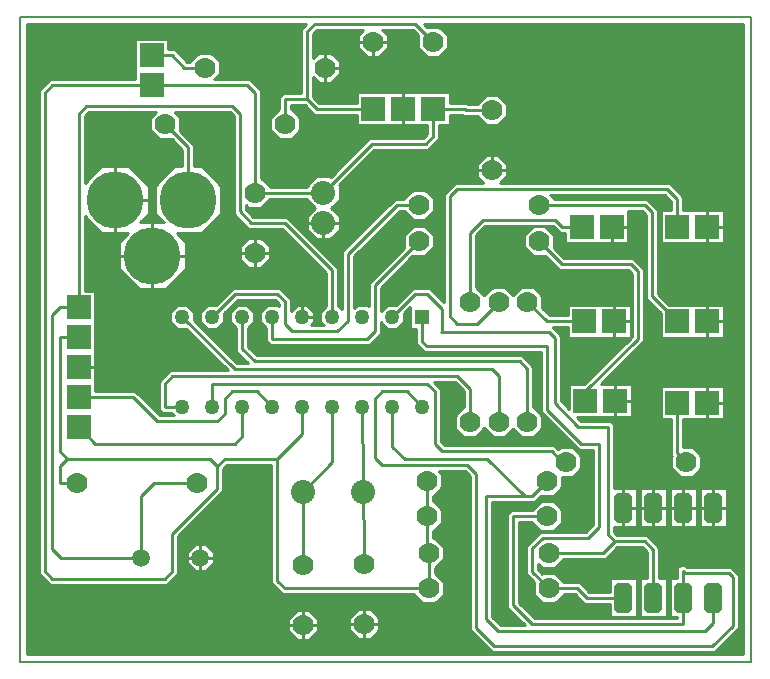
<source format=gbr>
G04 PROTEUS RS274X GERBER FILE*
%FSLAX45Y45*%
%MOMM*%
G01*
%ADD10C,0.254000*%
%ADD11R,1.270000X1.270000*%
%ADD12C,1.270000*%
%ADD13C,1.778000*%
%ADD14C,2.032000*%
%AMDIL005*
4,1,8,
-0.762000,0.965200,-0.457200,1.270000,0.457200,1.270000,0.762000,0.965200,0.762000,-0.965200,
0.457200,-1.270000,-0.457200,-1.270000,-0.762000,-0.965200,-0.762000,0.965200,
0*%
%ADD15DIL005*%
%ADD16R,2.032000X2.032000*%
%ADD17C,4.826000*%
%ADD18C,1.510000*%
%ADD19C,0.203200*%
G36*
X+329040Y-2099040D02*
X-5739040Y-2099040D01*
X-5739040Y+3239040D01*
X-3373300Y+3239040D01*
X-3416299Y+3196041D01*
X-3416299Y+2654299D01*
X-3571041Y+2654299D01*
X-3600799Y+2624541D01*
X-3600799Y+2516999D01*
X-3602605Y+2516999D01*
X-3676999Y+2442605D01*
X-3676999Y+2337395D01*
X-3602605Y+2263001D01*
X-3497395Y+2263001D01*
X-3423001Y+2337395D01*
X-3423001Y+2442605D01*
X-3497395Y+2516999D01*
X-3499201Y+2516999D01*
X-3499201Y+2552701D01*
X-3386541Y+2552701D01*
X-3303041Y+2469201D01*
X-2943699Y+2469201D01*
X-2943699Y+2380301D01*
X-2346799Y+2380301D01*
X-2346799Y+2307041D01*
X-2380541Y+2273299D01*
X-2838541Y+2273299D01*
X-3167138Y+1944702D01*
X-3172135Y+1949699D01*
X-3287865Y+1949699D01*
X-3369699Y+1867865D01*
X-3369699Y+1860799D01*
X-3683001Y+1860799D01*
X-3683001Y+1862605D01*
X-3757395Y+1936999D01*
X-3759201Y+1936999D01*
X-3759201Y+2677541D01*
X-3852459Y+2770799D01*
X-4149597Y+2770799D01*
X-4103001Y+2817395D01*
X-4103001Y+2922605D01*
X-4177395Y+2996999D01*
X-4282605Y+2996999D01*
X-4356999Y+2922605D01*
X-4356999Y+2920799D01*
X-4383459Y+2920799D01*
X-4487459Y+3024799D01*
X-4540301Y+3024799D01*
X-4540301Y+3113699D01*
X-4819699Y+3113699D01*
X-4819699Y+2770799D01*
X-5545542Y+2770798D01*
X-5638799Y+2677541D01*
X-5638799Y-1418041D01*
X-5545541Y-1511299D01*
X-4550959Y-1511299D01*
X-4457701Y-1418041D01*
X-4457701Y-1100541D01*
X-4076701Y-719541D01*
X-4076701Y-529041D01*
X-4042959Y-495299D01*
X-3670299Y-495299D01*
X-3670299Y-1497541D01*
X-3577041Y-1590799D01*
X-2462999Y-1590799D01*
X-2462999Y-1592605D01*
X-2388605Y-1666999D01*
X-2283395Y-1666999D01*
X-2209001Y-1592605D01*
X-2209001Y-1487395D01*
X-2283395Y-1413001D01*
X-2285201Y-1413001D01*
X-2285201Y-1366999D01*
X-2283395Y-1366999D01*
X-2209001Y-1292605D01*
X-2209001Y-1187395D01*
X-2283395Y-1113001D01*
X-2295201Y-1113001D01*
X-2295201Y-1056999D01*
X-2293395Y-1056999D01*
X-2219001Y-982605D01*
X-2219001Y-877395D01*
X-2293395Y-803001D01*
X-2295201Y-803001D01*
X-2295201Y-756999D01*
X-2293395Y-756999D01*
X-2219001Y-682605D01*
X-2219001Y-577395D01*
X-2246447Y-549949D01*
X-2030039Y-549949D01*
X-1987447Y-592541D01*
X-1987447Y-1894393D01*
X-1801041Y-2080799D01*
X+86541Y-2080799D01*
X+290798Y-1876542D01*
X+290798Y-1425458D01*
X+224541Y-1359201D01*
X-147959Y-1359201D01*
X-170081Y-1337079D01*
X-232799Y-1363059D01*
X-232799Y-1454901D01*
X-296299Y-1454901D01*
X-296299Y-1785099D01*
X-232799Y-1785099D01*
X-232799Y-1790701D01*
X-1439459Y-1790701D01*
X-1569201Y-1660959D01*
X-1569201Y-980799D01*
X-1456999Y-980799D01*
X-1456999Y-982605D01*
X-1382605Y-1056999D01*
X-1277395Y-1056999D01*
X-1203001Y-982605D01*
X-1203001Y-877395D01*
X-1277395Y-803001D01*
X-1382605Y-803001D01*
X-1456999Y-877395D01*
X-1456999Y-879201D01*
X-1641041Y-879201D01*
X-1670799Y-908959D01*
X-1670799Y-1703041D01*
X-1519639Y-1854201D01*
X-1723959Y-1854201D01*
X-1799201Y-1778959D01*
X-1799201Y-812799D01*
X-1440959Y-812799D01*
X-1383882Y-755722D01*
X-1382605Y-756999D01*
X-1277395Y-756999D01*
X-1203001Y-682605D01*
X-1203001Y-596999D01*
X-1117395Y-596999D01*
X-1043001Y-522605D01*
X-1043001Y-417395D01*
X-1117395Y-343001D01*
X-1222605Y-343001D01*
X-1242132Y-362528D01*
X-1274459Y-330201D01*
X-2201459Y-330201D01*
X-2235201Y-296459D01*
X-2235201Y+148041D01*
X-2290361Y+203201D01*
X-2116541Y+203201D01*
X-2040798Y+127458D01*
X-2040799Y-3001D01*
X-2042605Y-3001D01*
X-2116999Y-77395D01*
X-2116999Y-182605D01*
X-2042605Y-256999D01*
X-1937395Y-256999D01*
X-1865000Y-184604D01*
X-1792605Y-256999D01*
X-1687395Y-256999D01*
X-1620000Y-189604D01*
X-1552605Y-256999D01*
X-1447395Y-256999D01*
X-1373001Y-182605D01*
X-1373001Y-77395D01*
X-1447395Y-3001D01*
X-1449201Y-3001D01*
X-1449201Y+338541D01*
X-1542458Y+431798D01*
X-3788958Y+431798D01*
X-3863201Y+506041D01*
X-3863201Y+667116D01*
X-3812401Y+717916D01*
X-3812401Y+802084D01*
X-3871916Y+861599D01*
X-3956084Y+861599D01*
X-4015599Y+802084D01*
X-4015599Y+717916D01*
X-3964799Y+667116D01*
X-3964799Y+463959D01*
X-3869139Y+368299D01*
X-3958459Y+368299D01*
X-4320401Y+730241D01*
X-4320401Y+802084D01*
X-4379916Y+861599D01*
X-4464084Y+861599D01*
X-4523599Y+802084D01*
X-4523599Y+717916D01*
X-4464084Y+658401D01*
X-4392241Y+658401D01*
X-4038639Y+304799D01*
X-4529541Y+304799D01*
X-4622799Y+211541D01*
X-4622799Y-23041D01*
X-4593041Y-52799D01*
X-4514884Y-52799D01*
X-4491482Y-76201D01*
X-4614459Y-76201D01*
X-4819459Y+128799D01*
X-5160301Y+128799D01*
X-5160301Y+979699D01*
X-5249201Y+979699D01*
X-5249201Y+1610479D01*
X-5106783Y+1468061D01*
X-4883261Y+1468061D01*
X-4956979Y+1394343D01*
X-4956979Y+1160777D01*
X-4791823Y+995621D01*
X-4558257Y+995621D01*
X-4393101Y+1160777D01*
X-4393101Y+1394343D01*
X-4466819Y+1468061D01*
X-4255997Y+1468061D01*
X-4090841Y+1633217D01*
X-4090841Y+1866783D01*
X-4255997Y+2031939D01*
X-4321981Y+2031939D01*
X-4321981Y+2217821D01*
X-4440278Y+2336118D01*
X-4439001Y+2337395D01*
X-4439001Y+2442605D01*
X-4485597Y+2489201D01*
X-4021541Y+2489201D01*
X-3987798Y+2455458D01*
X-3987798Y+1629958D01*
X-3864168Y+1506328D01*
X-3577041Y+1506328D01*
X-3202799Y+1132086D01*
X-3202799Y+852884D01*
X-3253599Y+802084D01*
X-3253599Y+717916D01*
X-3221482Y+685799D01*
X-3336518Y+685799D01*
X-3304401Y+717916D01*
X-3304401Y+802084D01*
X-3363916Y+861599D01*
X-3448084Y+861599D01*
X-3505201Y+804482D01*
X-3505201Y+910041D01*
X-3598459Y+1003299D01*
X-3996541Y+1003299D01*
X-4138241Y+861599D01*
X-4210084Y+861599D01*
X-4269599Y+802084D01*
X-4269599Y+717916D01*
X-4210084Y+658401D01*
X-4125916Y+658401D01*
X-4066401Y+717916D01*
X-4066401Y+789759D01*
X-3954459Y+901701D01*
X-3640541Y+901701D01*
X-3606799Y+867959D01*
X-3606799Y+850482D01*
X-3617916Y+861599D01*
X-3702084Y+861599D01*
X-3761599Y+802084D01*
X-3761599Y+717916D01*
X-3710799Y+667116D01*
X-3710799Y+550459D01*
X-3681041Y+520701D01*
X-2836459Y+520701D01*
X-2743201Y+613959D01*
X-2743201Y+715518D01*
X-2686084Y+658401D01*
X-2601916Y+658401D01*
X-2542401Y+717916D01*
X-2542401Y+789759D01*
X-2491599Y+840561D01*
X-2491599Y+658401D01*
X-2440799Y+658401D01*
X-2440799Y+527459D01*
X-2372541Y+459201D01*
X-1384299Y+459201D01*
X-1384299Y-47541D01*
X-1063541Y-368299D01*
X-940799Y-368299D01*
X-940799Y-995959D01*
X-1004041Y-1059201D01*
X-1391041Y-1059201D01*
X-1511299Y-1179459D01*
X-1511299Y-1420541D01*
X-1445722Y-1486118D01*
X-1446999Y-1487395D01*
X-1446999Y-1592605D01*
X-1372605Y-1666999D01*
X-1267395Y-1666999D01*
X-1193001Y-1592605D01*
X-1193001Y-1590799D01*
X-1100541Y-1590799D01*
X-1020541Y-1670799D01*
X-804299Y-1670799D01*
X-804299Y-1785099D01*
X-575701Y-1785099D01*
X-575701Y-1454901D01*
X-804299Y-1454901D01*
X-804299Y-1569201D01*
X-978459Y-1569201D01*
X-1058459Y-1489201D01*
X-1193001Y-1489201D01*
X-1193001Y-1487395D01*
X-1267395Y-1413001D01*
X-1372605Y-1413001D01*
X-1373882Y-1414278D01*
X-1409701Y-1378459D01*
X-1409701Y-1329903D01*
X-1372605Y-1366999D01*
X-1267395Y-1366999D01*
X-1193001Y-1292605D01*
X-1193001Y-1290799D01*
X-837959Y-1290799D01*
X-740959Y-1193799D01*
X-529041Y-1193799D01*
X-486799Y-1236041D01*
X-486799Y-1454901D01*
X-550299Y-1454901D01*
X-550299Y-1785099D01*
X-321701Y-1785099D01*
X-321701Y-1454901D01*
X-385201Y-1454901D01*
X-385201Y-1193959D01*
X-486959Y-1092201D01*
X-740959Y-1092201D01*
X-769201Y-1063959D01*
X-769201Y-1023099D01*
X-575701Y-1023099D01*
X-575701Y-692901D01*
X-769201Y-692901D01*
X-769201Y-148960D01*
X-798959Y-119202D01*
X-1048957Y-119202D01*
X-1076960Y-91199D01*
X-614801Y-91199D01*
X-614801Y+188199D01*
X-875461Y+188199D01*
X-509201Y+554459D01*
X-509201Y+1164041D01*
X-602459Y+1257299D01*
X-1189459Y+1257299D01*
X-1278278Y+1346118D01*
X-1277001Y+1347395D01*
X-1277001Y+1452605D01*
X-1351395Y+1526999D01*
X-1456605Y+1526999D01*
X-1530999Y+1452605D01*
X-1530999Y+1347395D01*
X-1456605Y+1273001D01*
X-1351395Y+1273001D01*
X-1350118Y+1274278D01*
X-1231541Y+1155701D01*
X-644541Y+1155701D01*
X-610799Y+1121959D01*
X-610799Y+596541D01*
X-626301Y+581039D01*
X-626301Y+859699D01*
X-1159699Y+859699D01*
X-1159699Y+770799D01*
X-1312959Y+770799D01*
X-1374278Y+832118D01*
X-1373001Y+833395D01*
X-1373001Y+938605D01*
X-1447395Y+1012999D01*
X-1552605Y+1012999D01*
X-1620000Y+945604D01*
X-1687395Y+1012999D01*
X-1792605Y+1012999D01*
X-1865000Y+940604D01*
X-1937395Y+1012999D01*
X-1939201Y+1012999D01*
X-1939201Y+1448959D01*
X-1858959Y+1529201D01*
X-1287541Y+1529201D01*
X-1227541Y+1469201D01*
X-1179699Y+1469201D01*
X-1179699Y+1380301D01*
X-646301Y+1380301D01*
X-646301Y+1659201D01*
X-529041Y+1659201D01*
X-495299Y+1625459D01*
X-495299Y+913459D01*
X-369699Y+787859D01*
X-369699Y+580301D01*
X+163699Y+580301D01*
X+163699Y+859699D01*
X-297859Y+859699D01*
X-393701Y+955541D01*
X-393701Y+1667541D01*
X-486959Y+1760799D01*
X-1277001Y+1760799D01*
X-1277001Y+1762605D01*
X-1305097Y+1790701D01*
X-338541Y+1790701D01*
X-280799Y+1732959D01*
X-280799Y+1659699D01*
X-369699Y+1659699D01*
X-369699Y+1380301D01*
X+163699Y+1380301D01*
X+163699Y+1659699D01*
X-179201Y+1659699D01*
X-179201Y+1775041D01*
X-296459Y+1892299D01*
X-1728097Y+1892299D01*
X-1673001Y+1947395D01*
X-1673001Y+2052605D01*
X-1747395Y+2126999D01*
X-1852605Y+2126999D01*
X-1926999Y+2052605D01*
X-1926999Y+1947395D01*
X-1871903Y+1892299D01*
X-2116541Y+1892299D01*
X-2209799Y+1799041D01*
X-2209799Y+884639D01*
X-2328458Y+1003298D01*
X-2472542Y+1003298D01*
X-2614241Y+861599D01*
X-2686084Y+861599D01*
X-2743201Y+804482D01*
X-2743201Y+1004959D01*
X-2473882Y+1274278D01*
X-2472605Y+1273001D01*
X-2367395Y+1273001D01*
X-2293001Y+1347395D01*
X-2293001Y+1452605D01*
X-2367395Y+1526999D01*
X-2472605Y+1526999D01*
X-2546999Y+1452605D01*
X-2546999Y+1347395D01*
X-2545722Y+1346118D01*
X-2844799Y+1047041D01*
X-2844799Y+850482D01*
X-2855916Y+861599D01*
X-2940084Y+861599D01*
X-2969201Y+832482D01*
X-2969201Y+1272459D01*
X-2582459Y+1659201D01*
X-2546999Y+1659201D01*
X-2546999Y+1657395D01*
X-2472605Y+1583001D01*
X-2367395Y+1583001D01*
X-2293001Y+1657395D01*
X-2293001Y+1762605D01*
X-2367395Y+1836999D01*
X-2472605Y+1836999D01*
X-2546999Y+1762605D01*
X-2546999Y+1760799D01*
X-2624541Y+1760799D01*
X-3070799Y+1314541D01*
X-3070799Y+822482D01*
X-3101201Y+852884D01*
X-3101201Y+1174168D01*
X-3534959Y+1607926D01*
X-3822086Y+1607926D01*
X-3886202Y+1672042D01*
X-3886202Y+1706598D01*
X-3862605Y+1683001D01*
X-3757395Y+1683001D01*
X-3683001Y+1757395D01*
X-3683001Y+1759201D01*
X-3369699Y+1759201D01*
X-3369699Y+1752135D01*
X-3300564Y+1683000D01*
X-3369699Y+1613865D01*
X-3369699Y+1498135D01*
X-3287865Y+1416301D01*
X-3172135Y+1416301D01*
X-3090301Y+1498135D01*
X-3090301Y+1613865D01*
X-3159436Y+1683000D01*
X-3090301Y+1752135D01*
X-3090301Y+1867865D01*
X-3095298Y+1872862D01*
X-2796459Y+2171701D01*
X-2338459Y+2171701D01*
X-2245201Y+2264959D01*
X-2245201Y+2380301D01*
X-2156301Y+2380301D01*
X-2156301Y+2469201D01*
X-2053041Y+2469201D01*
X-2041041Y+2457201D01*
X-1926999Y+2457201D01*
X-1926999Y+2455395D01*
X-1852605Y+2381001D01*
X-1747395Y+2381001D01*
X-1673001Y+2455395D01*
X-1673001Y+2560605D01*
X-1747395Y+2634999D01*
X-1852605Y+2634999D01*
X-1926999Y+2560605D01*
X-1926999Y+2558799D01*
X-1998959Y+2558799D01*
X-2010959Y+2570799D01*
X-2156301Y+2570799D01*
X-2156301Y+2659699D01*
X-2943699Y+2659699D01*
X-2943699Y+2570799D01*
X-3260959Y+2570799D01*
X-3314701Y+2624542D01*
X-3314701Y+2791097D01*
X-3266605Y+2743001D01*
X-3161395Y+2743001D01*
X-3087001Y+2817395D01*
X-3087001Y+2922605D01*
X-3161395Y+2996999D01*
X-3266605Y+2996999D01*
X-3314701Y+2948903D01*
X-3314701Y+3153959D01*
X-3280959Y+3187701D01*
X-2888943Y+3187701D01*
X-2934999Y+3141645D01*
X-2934999Y+3036435D01*
X-2860605Y+2962041D01*
X-2755395Y+2962041D01*
X-2681001Y+3036435D01*
X-2681001Y+3141645D01*
X-2727057Y+3187701D01*
X-2470501Y+3187701D01*
X-2425722Y+3142922D01*
X-2426999Y+3141645D01*
X-2426999Y+3036435D01*
X-2352605Y+2962041D01*
X-2247395Y+2962041D01*
X-2173001Y+3036435D01*
X-2173001Y+3141645D01*
X-2247395Y+3216039D01*
X-2352605Y+3216039D01*
X-2353882Y+3214762D01*
X-2378160Y+3239040D01*
X+329040Y+3239040D01*
X+329040Y-2099040D01*
G37*
%LPC*%
G36*
X-2827395Y-1966999D02*
X-2932605Y-1966999D01*
X-3006999Y-1892605D01*
X-3006999Y-1787395D01*
X-2932605Y-1713001D01*
X-2827395Y-1713001D01*
X-2753001Y-1787395D01*
X-2753001Y-1892605D01*
X-2827395Y-1966999D01*
G37*
G36*
X-3347395Y-1976999D02*
X-3452605Y-1976999D01*
X-3526999Y-1902605D01*
X-3526999Y-1797395D01*
X-3452605Y-1723001D01*
X-3347395Y-1723001D01*
X-3273001Y-1797395D01*
X-3273001Y-1902605D01*
X-3347395Y-1976999D01*
G37*
G36*
X-42299Y-692901D02*
X+186299Y-692901D01*
X+186299Y-1023099D01*
X-42299Y-1023099D01*
X-42299Y-692901D01*
G37*
G36*
X-296299Y-692901D02*
X-67701Y-692901D01*
X-67701Y-1023099D01*
X-296299Y-1023099D01*
X-296299Y-692901D01*
G37*
G36*
X-550299Y-692901D02*
X-321701Y-692901D01*
X-321701Y-1023099D01*
X-550299Y-1023099D01*
X-550299Y-692901D01*
G37*
G36*
X+163699Y-109699D02*
X-179201Y-109699D01*
X-179201Y-343001D01*
X-101395Y-343001D01*
X-27001Y-417395D01*
X-27001Y-522605D01*
X-101395Y-596999D01*
X-206605Y-596999D01*
X-280999Y-522605D01*
X-280999Y-417395D01*
X-279722Y-416118D01*
X-280799Y-415041D01*
X-280799Y-109699D01*
X-369699Y-109699D01*
X-369699Y+169699D01*
X+163699Y+169699D01*
X+163699Y-109699D01*
G37*
G36*
X-3862605Y+1428999D02*
X-3757395Y+1428999D01*
X-3683001Y+1354605D01*
X-3683001Y+1249395D01*
X-3757395Y+1175001D01*
X-3862605Y+1175001D01*
X-3936999Y+1249395D01*
X-3936999Y+1354605D01*
X-3862605Y+1428999D01*
G37*
G36*
X-4383599Y-1327054D02*
X-4383599Y-1232946D01*
X-4317054Y-1166401D01*
X-4222946Y-1166401D01*
X-4156401Y-1232946D01*
X-4156401Y-1327054D01*
X-4222946Y-1393599D01*
X-4317054Y-1393599D01*
X-4383599Y-1327054D01*
G37*
%LPD*%
G36*
X-4692999Y+2442605D02*
X-4692999Y+2337395D01*
X-4618605Y+2263001D01*
X-4513395Y+2263001D01*
X-4512118Y+2264278D01*
X-4423579Y+2175739D01*
X-4423579Y+2031939D01*
X-4489563Y+2031939D01*
X-4654719Y+1866783D01*
X-4654719Y+1633217D01*
X-4581001Y+1559499D01*
X-4781779Y+1559499D01*
X-4708061Y+1633217D01*
X-4708061Y+1866783D01*
X-4873217Y+2031939D01*
X-5106783Y+2031939D01*
X-5249202Y+1889520D01*
X-5249202Y+2455458D01*
X-5215459Y+2489201D01*
X-4646403Y+2489201D01*
X-4692999Y+2442605D01*
G37*
G36*
X-1159699Y+580301D02*
X-627039Y+580301D01*
X-1019141Y+188199D01*
X-1148199Y+188199D01*
X-1148199Y-19960D01*
X-1219201Y+51042D01*
X-1219201Y+601041D01*
X-1287361Y+669201D01*
X-1159699Y+669201D01*
X-1159699Y+580301D01*
G37*
D10*
X-1740000Y+886000D02*
X-1927500Y+698500D01*
X-2095500Y+698500D01*
X-2159000Y+762000D01*
X-2159000Y+1778000D01*
X-2095500Y+1841500D01*
X-317500Y+1841500D01*
X-230000Y+1754000D01*
X-230000Y+1520000D01*
X-1020000Y+720000D02*
X-1334000Y+720000D01*
X-1500000Y+886000D01*
X-1404000Y+1710000D02*
X-508000Y+1710000D01*
X-444500Y+1646500D01*
X-444500Y+934500D01*
X-230000Y+720000D01*
X-4680000Y+2974000D02*
X-4508500Y+2974000D01*
X-4404500Y+2870000D01*
X-4230000Y+2870000D01*
X-4372780Y+1750000D02*
X-4372780Y+2196780D01*
X-4566000Y+2390000D01*
X-3365500Y+2603500D02*
X-3365500Y+3175000D01*
X-3302000Y+3238500D01*
X-2449460Y+3238500D01*
X-2300000Y+3089040D01*
X-3365500Y+2603500D02*
X-3550000Y+2603500D01*
X-3550000Y+2390000D01*
X-3365500Y+2603500D02*
X-3282000Y+2520000D01*
X-2804000Y+2520000D01*
X-1320000Y-1540000D02*
X-1079500Y-1540000D01*
X-999500Y-1620000D01*
X-690000Y-1620000D01*
X-762000Y-1143000D02*
X-508000Y-1143000D01*
X-436000Y-1215000D01*
X-436000Y-1620000D01*
X-762000Y-1143000D02*
X-859000Y-1240000D01*
X-1320000Y-1240000D01*
X-1524000Y-762000D02*
X-1462000Y-762000D01*
X-1330000Y-630000D01*
X-2890000Y-720000D02*
X-2890000Y-952500D01*
X-2880000Y-962500D01*
X-2880000Y-1332000D01*
X-2890000Y-720000D02*
X-2890000Y-317500D01*
X-2898000Y-309500D01*
X-2898000Y-2000D01*
X-3398000Y-720000D02*
X-3152000Y-474000D01*
X-3152000Y-2000D01*
X-3398000Y-720000D02*
X-3398000Y-952500D01*
X-3400000Y-954500D01*
X-3400000Y-1342000D01*
X-2420000Y+1400000D02*
X-2794000Y+1026000D01*
X-2794000Y+635000D01*
X-2857500Y+571500D01*
X-3660000Y+571500D01*
X-3660000Y+760000D01*
X-4422000Y-2000D02*
X-4572000Y-2000D01*
X-4572000Y+190500D01*
X-4508500Y+254000D01*
X-2095500Y+254000D01*
X-1990000Y+148500D01*
X-1990000Y-130000D01*
X-1500000Y-130000D02*
X-1500000Y+317500D01*
X-1563500Y+381000D01*
X-3810000Y+381000D01*
X-3914000Y+485000D01*
X-3914000Y+760000D01*
X-3914000Y-2000D02*
X-3914000Y-254000D01*
X-3977500Y-317500D01*
X-5158500Y-317500D01*
X-5300000Y-176000D01*
X-3660000Y-2000D02*
X-3789000Y+127000D01*
X-4000500Y+127000D01*
X-4064000Y+63500D01*
X-4064000Y-63500D01*
X-4127500Y-127000D01*
X-4635500Y-127000D01*
X-4840500Y+78000D01*
X-5300000Y+78000D01*
X-5300000Y+840000D02*
X-5300000Y+2476500D01*
X-5236500Y+2540000D01*
X-4000500Y+2540000D01*
X-3937000Y+2476500D01*
X-3937000Y+1651000D01*
X-3843127Y+1557127D01*
X-3556000Y+1557127D01*
X-3152000Y+1153127D01*
X-3152000Y+760000D01*
X-5300000Y+840000D02*
X-5461000Y+840000D01*
X-5524500Y+776500D01*
X-5524500Y-1206500D01*
X-5451000Y-1280000D01*
X-4770000Y-1280000D01*
X-4770000Y-762000D01*
X-4658000Y-650000D01*
X-4294000Y-650000D01*
X-4680000Y+2720000D02*
X-5524500Y+2720000D01*
X-5588000Y+2656500D01*
X-5588000Y-1397000D01*
X-5524500Y-1460500D01*
X-4572000Y-1460500D01*
X-4508500Y-1397000D01*
X-4508500Y-1079500D01*
X-4127500Y-698500D01*
X-4127500Y-508000D01*
X-4680000Y+2720000D02*
X-3873500Y+2720000D01*
X-3810000Y+2656500D01*
X-3810000Y+1810000D01*
X-2296000Y+2520000D02*
X-2296000Y+2286000D01*
X-2359500Y+2222500D01*
X-2817500Y+2222500D01*
X-3230000Y+1810000D01*
X-2336000Y-1540000D02*
X-3556000Y-1540000D01*
X-3619500Y-1476500D01*
X-3619500Y-444500D01*
X-5397500Y-444500D02*
X-5461000Y-381000D01*
X-5461000Y+586000D01*
X-5300000Y+586000D01*
X-3619500Y-444500D02*
X-3406000Y-231000D01*
X-3406000Y-2000D01*
X-5397500Y-444500D02*
X-5461000Y-508000D01*
X-5461000Y-650000D01*
X-5310000Y-650000D01*
X-2296000Y+2520000D02*
X-2032000Y+2520000D01*
X-2020000Y+2508000D01*
X-1800000Y+2508000D01*
X-2336000Y-1240000D02*
X-2346000Y-1230000D01*
X-2346000Y-930000D01*
X-4127500Y-508000D02*
X-4191000Y-444500D01*
X-5397500Y-444500D01*
X-3810000Y+1810000D02*
X-3230000Y+1810000D01*
X-4127500Y-508000D02*
X-4064000Y-444500D01*
X-3619500Y-444500D01*
X-2346000Y-930000D02*
X-2346000Y-630000D01*
X-2336000Y-1540000D02*
X-2336000Y-1240000D01*
X-2420000Y+1710000D02*
X-2603500Y+1710000D01*
X-3020000Y+1293500D01*
X-3020000Y+726500D01*
X-3111500Y+635000D01*
X-3492500Y+635000D01*
X-3556000Y+698500D01*
X-3556000Y+889000D01*
X-3619500Y+952500D01*
X-3975500Y+952500D01*
X-4168000Y+760000D01*
X-1740000Y-130000D02*
X-1740000Y+254000D01*
X-1803500Y+317500D01*
X-3979500Y+317500D01*
X-4422000Y+760000D01*
X-182000Y-1620000D02*
X-182000Y-1397000D01*
X-169000Y-1410000D01*
X+203500Y-1410000D01*
X+240000Y-1446500D01*
X+240000Y-1855500D01*
X+65500Y-2030000D01*
X-1780000Y-2030000D01*
X-1936648Y-1873352D01*
X-1936648Y-571500D01*
X-2008998Y-499150D01*
X-2730500Y-499150D01*
X-2794000Y-435650D01*
X-2794000Y+63500D01*
X-2730500Y+127000D01*
X-2519000Y+127000D01*
X-2390000Y-2000D01*
X-2644000Y-2000D02*
X-2644000Y-340500D01*
X-2540000Y-444500D01*
X-1841500Y-444500D01*
X-1524000Y-762000D01*
X-182000Y-1620000D02*
X-182000Y-1841500D01*
X-1460500Y-1841500D01*
X-1620000Y-1682000D01*
X-1620000Y-930000D01*
X-1330000Y-930000D01*
X-1524000Y-762000D02*
X-1850000Y-762000D01*
X-1850000Y-1800000D01*
X-1745000Y-1905000D01*
X+0Y-1905000D01*
X+72000Y-1833000D01*
X+72000Y-1620000D01*
X-1170000Y-470000D02*
X-1206500Y-470000D01*
X-1295500Y-381000D01*
X-2222500Y-381000D01*
X-2286000Y-317500D01*
X-2286000Y+127000D01*
X-2349500Y+190500D01*
X-4168000Y+190500D01*
X-4168000Y-2000D01*
X-1008500Y+48500D02*
X-1008500Y+127000D01*
X-560000Y+575500D01*
X-560000Y+1143000D01*
X-623500Y+1206500D01*
X-1210500Y+1206500D01*
X-1404000Y+1400000D01*
X-762000Y-1143000D02*
X-820000Y-1085000D01*
X-820000Y-170000D01*
X-1069999Y-170000D01*
X-1270000Y+30001D01*
X-1270000Y+580000D01*
X-1320000Y+630000D01*
X-2227500Y+630000D01*
X-2220000Y+637500D01*
X-2220000Y+823000D01*
X-2349500Y+952500D01*
X-2451500Y+952500D01*
X-2644000Y+760000D01*
X-1320000Y-1540000D02*
X-1460500Y-1399500D01*
X-1460500Y-1200500D01*
X-1370000Y-1110000D01*
X-983000Y-1110000D01*
X-890000Y-1017000D01*
X-890000Y-317500D01*
X-1042500Y-317500D01*
X-1333500Y-26500D01*
X-1333500Y+510000D01*
X-2351500Y+510000D01*
X-2390000Y+548500D01*
X-2390000Y+760000D01*
X-1040000Y+1520000D02*
X-1206500Y+1520000D01*
X-1266500Y+1580000D01*
X-1880000Y+1580000D01*
X-1990000Y+1470000D01*
X-1990000Y+886000D01*
X-230000Y+30000D02*
X-230000Y-394000D01*
X-154000Y-470000D01*
X+329040Y-2099040D02*
X-5739040Y-2099040D01*
X-5739040Y+3239040D01*
X-3373300Y+3239040D01*
X-3416299Y+3196041D01*
X-3416299Y+2654299D01*
X-3571041Y+2654299D01*
X-3600799Y+2624541D01*
X-3600799Y+2516999D01*
X-3602605Y+2516999D01*
X-3676999Y+2442605D01*
X-3676999Y+2337395D01*
X-3602605Y+2263001D01*
X-3497395Y+2263001D01*
X-3423001Y+2337395D01*
X-3423001Y+2442605D01*
X-3497395Y+2516999D01*
X-3499201Y+2516999D01*
X-3499201Y+2552701D01*
X-3386541Y+2552701D01*
X-3303041Y+2469201D01*
X-2943699Y+2469201D01*
X-2943699Y+2380301D01*
X-2346799Y+2380301D01*
X-2346799Y+2307041D01*
X-2380541Y+2273299D01*
X-2838541Y+2273299D01*
X-3167138Y+1944702D01*
X-3172135Y+1949699D01*
X-3287865Y+1949699D01*
X-3369699Y+1867865D01*
X-3369699Y+1860799D01*
X-3683001Y+1860799D01*
X-3683001Y+1862605D01*
X-3757395Y+1936999D01*
X-3759201Y+1936999D01*
X-3759201Y+2677541D01*
X-3852459Y+2770799D01*
X-4149597Y+2770799D01*
X-4103001Y+2817395D01*
X-4103001Y+2922605D01*
X-4177395Y+2996999D01*
X-4282605Y+2996999D01*
X-4356999Y+2922605D01*
X-4356999Y+2920799D01*
X-4383459Y+2920799D01*
X-4487459Y+3024799D01*
X-4540301Y+3024799D01*
X-4540301Y+3113699D01*
X-4819699Y+3113699D01*
X-4819699Y+2770799D01*
X-5545542Y+2770798D01*
X-5638799Y+2677541D01*
X-5638799Y-1418041D01*
X-5545541Y-1511299D01*
X-4550959Y-1511299D01*
X-4457701Y-1418041D01*
X-4457701Y-1100541D01*
X-4076701Y-719541D01*
X-4076701Y-529041D01*
X-4042959Y-495299D01*
X-3670299Y-495299D01*
X-3670299Y-1497541D01*
X-3577041Y-1590799D01*
X-2462999Y-1590799D01*
X-2462999Y-1592605D01*
X-2388605Y-1666999D01*
X-2283395Y-1666999D01*
X-2209001Y-1592605D01*
X-2209001Y-1487395D01*
X-2283395Y-1413001D01*
X-2285201Y-1413001D01*
X-2285201Y-1366999D01*
X-2283395Y-1366999D01*
X-2209001Y-1292605D01*
X-2209001Y-1187395D01*
X-2283395Y-1113001D01*
X-2295201Y-1113001D01*
X-2295201Y-1056999D01*
X-2293395Y-1056999D01*
X-2219001Y-982605D01*
X-2219001Y-877395D01*
X-2293395Y-803001D01*
X-2295201Y-803001D01*
X-2295201Y-756999D01*
X-2293395Y-756999D01*
X-2219001Y-682605D01*
X-2219001Y-577395D01*
X-2246447Y-549949D01*
X-2030039Y-549949D01*
X-1987447Y-592541D01*
X-1987447Y-1894393D01*
X-1801041Y-2080799D01*
X+86541Y-2080799D01*
X+290798Y-1876542D01*
X+290798Y-1425458D01*
X+224541Y-1359201D01*
X-147959Y-1359201D01*
X-170081Y-1337079D01*
X-232799Y-1363059D01*
X-232799Y-1454901D01*
X-296299Y-1454901D01*
X-296299Y-1785099D01*
X-232799Y-1785099D01*
X-232799Y-1790701D01*
X-1439459Y-1790701D01*
X-1569201Y-1660959D01*
X-1569201Y-980799D01*
X-1456999Y-980799D01*
X-1456999Y-982605D01*
X-1382605Y-1056999D01*
X-1277395Y-1056999D01*
X-1203001Y-982605D01*
X-1203001Y-877395D01*
X-1277395Y-803001D01*
X-1382605Y-803001D01*
X-1456999Y-877395D01*
X-1456999Y-879201D01*
X-1641041Y-879201D01*
X-1670799Y-908959D01*
X-1670799Y-1703041D01*
X-1519639Y-1854201D01*
X-1723959Y-1854201D01*
X-1799201Y-1778959D01*
X-1799201Y-812799D01*
X-1440959Y-812799D01*
X-1383882Y-755722D01*
X-1382605Y-756999D01*
X-1277395Y-756999D01*
X-1203001Y-682605D01*
X-1203001Y-596999D01*
X-1117395Y-596999D01*
X-1043001Y-522605D01*
X-1043001Y-417395D01*
X-1117395Y-343001D01*
X-1222605Y-343001D01*
X-1242132Y-362528D01*
X-1274459Y-330201D01*
X-2201459Y-330201D01*
X-2235201Y-296459D01*
X-2235201Y+148041D01*
X-2290361Y+203201D01*
X-2116541Y+203201D01*
X-2040798Y+127458D01*
X-2040799Y-3001D01*
X-2042605Y-3001D01*
X-2116999Y-77395D01*
X-2116999Y-182605D01*
X-2042605Y-256999D01*
X-1937395Y-256999D01*
X-1865000Y-184604D01*
X-1792605Y-256999D01*
X-1687395Y-256999D01*
X-1620000Y-189604D01*
X-1552605Y-256999D01*
X-1447395Y-256999D01*
X-1373001Y-182605D01*
X-1373001Y-77395D01*
X-1447395Y-3001D01*
X-1449201Y-3001D01*
X-1449201Y+338541D01*
X-1542458Y+431798D01*
X-3788958Y+431798D01*
X-3863201Y+506041D01*
X-3863201Y+667116D01*
X-3812401Y+717916D01*
X-3812401Y+802084D01*
X-3871916Y+861599D01*
X-3956084Y+861599D01*
X-4015599Y+802084D01*
X-4015599Y+717916D01*
X-3964799Y+667116D01*
X-3964799Y+463959D01*
X-3869139Y+368299D01*
X-3958459Y+368299D01*
X-4320401Y+730241D01*
X-4320401Y+802084D01*
X-4379916Y+861599D01*
X-4464084Y+861599D01*
X-4523599Y+802084D01*
X-4523599Y+717916D01*
X-4464084Y+658401D01*
X-4392241Y+658401D01*
X-4038639Y+304799D01*
X-4529541Y+304799D01*
X-4622799Y+211541D01*
X-4622799Y-23041D01*
X-4593041Y-52799D01*
X-4514884Y-52799D01*
X-4491482Y-76201D01*
X-4614459Y-76201D01*
X-4819459Y+128799D01*
X-5160301Y+128799D01*
X-5160301Y+979699D01*
X-5249201Y+979699D01*
X-5249201Y+1610479D01*
X-5106783Y+1468061D01*
X-4883261Y+1468061D01*
X-4956979Y+1394343D01*
X-4956979Y+1160777D01*
X-4791823Y+995621D01*
X-4558257Y+995621D01*
X-4393101Y+1160777D01*
X-4393101Y+1394343D01*
X-4466819Y+1468061D01*
X-4255997Y+1468061D01*
X-4090841Y+1633217D01*
X-4090841Y+1866783D01*
X-4255997Y+2031939D01*
X-4321981Y+2031939D01*
X-4321981Y+2217821D01*
X-4440278Y+2336118D01*
X-4439001Y+2337395D01*
X-4439001Y+2442605D01*
X-4485597Y+2489201D01*
X-4021541Y+2489201D01*
X-3987798Y+2455458D01*
X-3987798Y+1629958D01*
X-3864168Y+1506328D01*
X-3577041Y+1506328D01*
X-3202799Y+1132086D01*
X-3202799Y+852884D01*
X-3253599Y+802084D01*
X-3253599Y+717916D01*
X-3221482Y+685799D01*
X-3336518Y+685799D01*
X-3304401Y+717916D01*
X-3304401Y+802084D01*
X-3363916Y+861599D01*
X-3448084Y+861599D01*
X-3505201Y+804482D01*
X-3505201Y+910041D01*
X-3598459Y+1003299D01*
X-3996541Y+1003299D01*
X-4138241Y+861599D01*
X-4210084Y+861599D01*
X-4269599Y+802084D01*
X-4269599Y+717916D01*
X-4210084Y+658401D01*
X-4125916Y+658401D01*
X-4066401Y+717916D01*
X-4066401Y+789759D01*
X-3954459Y+901701D01*
X-3640541Y+901701D01*
X-3606799Y+867959D01*
X-3606799Y+850482D01*
X-3617916Y+861599D01*
X-3702084Y+861599D01*
X-3761599Y+802084D01*
X-3761599Y+717916D01*
X-3710799Y+667116D01*
X-3710799Y+550459D01*
X-3681041Y+520701D01*
X-2836459Y+520701D01*
X-2743201Y+613959D01*
X-2743201Y+715518D01*
X-2686084Y+658401D01*
X-2601916Y+658401D01*
X-2542401Y+717916D01*
X-2542401Y+789759D01*
X-2491599Y+840561D01*
X-2491599Y+658401D01*
X-2440799Y+658401D01*
X-2440799Y+527459D01*
X-2372541Y+459201D01*
X-1384299Y+459201D01*
X-1384299Y-47541D01*
X-1063541Y-368299D01*
X-940799Y-368299D01*
X-940799Y-995959D01*
X-1004041Y-1059201D01*
X-1391041Y-1059201D01*
X-1511299Y-1179459D01*
X-1511299Y-1420541D01*
X-1445722Y-1486118D01*
X-1446999Y-1487395D01*
X-1446999Y-1592605D01*
X-1372605Y-1666999D01*
X-1267395Y-1666999D01*
X-1193001Y-1592605D01*
X-1193001Y-1590799D01*
X-1100541Y-1590799D01*
X-1020541Y-1670799D01*
X-804299Y-1670799D01*
X-804299Y-1785099D01*
X-575701Y-1785099D01*
X-575701Y-1454901D01*
X-804299Y-1454901D01*
X-804299Y-1569201D01*
X-978459Y-1569201D01*
X-1058459Y-1489201D01*
X-1193001Y-1489201D01*
X-1193001Y-1487395D01*
X-1267395Y-1413001D01*
X-1372605Y-1413001D01*
X-1373882Y-1414278D01*
X-1409701Y-1378459D01*
X-1409701Y-1329903D01*
X-1372605Y-1366999D01*
X-1267395Y-1366999D01*
X-1193001Y-1292605D01*
X-1193001Y-1290799D01*
X-837959Y-1290799D01*
X-740959Y-1193799D01*
X-529041Y-1193799D01*
X-486799Y-1236041D01*
X-486799Y-1454901D01*
X-550299Y-1454901D01*
X-550299Y-1785099D01*
X-321701Y-1785099D01*
X-321701Y-1454901D01*
X-385201Y-1454901D01*
X-385201Y-1193959D01*
X-486959Y-1092201D01*
X-740959Y-1092201D01*
X-769201Y-1063959D01*
X-769201Y-1023099D01*
X-575701Y-1023099D01*
X-575701Y-692901D01*
X-769201Y-692901D01*
X-769201Y-148960D01*
X-798959Y-119202D01*
X-1048957Y-119202D01*
X-1076960Y-91199D01*
X-614801Y-91199D01*
X-614801Y+188199D01*
X-875461Y+188199D01*
X-509201Y+554459D01*
X-509201Y+1164041D01*
X-602459Y+1257299D01*
X-1189459Y+1257299D01*
X-1278278Y+1346118D01*
X-1277001Y+1347395D01*
X-1277001Y+1452605D01*
X-1351395Y+1526999D01*
X-1456605Y+1526999D01*
X-1530999Y+1452605D01*
X-1530999Y+1347395D01*
X-1456605Y+1273001D01*
X-1351395Y+1273001D01*
X-1350118Y+1274278D01*
X-1231541Y+1155701D01*
X-644541Y+1155701D01*
X-610799Y+1121959D01*
X-610799Y+596541D01*
X-626301Y+581039D01*
X-626301Y+859699D01*
X-1159699Y+859699D01*
X-1159699Y+770799D01*
X-1312959Y+770799D01*
X-1374278Y+832118D01*
X-1373001Y+833395D01*
X-1373001Y+938605D01*
X-1447395Y+1012999D01*
X-1552605Y+1012999D01*
X-1620000Y+945604D01*
X-1687395Y+1012999D01*
X-1792605Y+1012999D01*
X-1865000Y+940604D01*
X-1937395Y+1012999D01*
X-1939201Y+1012999D01*
X-1939201Y+1448959D01*
X-1858959Y+1529201D01*
X-1287541Y+1529201D01*
X-1227541Y+1469201D01*
X-1179699Y+1469201D01*
X-1179699Y+1380301D01*
X-646301Y+1380301D01*
X-646301Y+1659201D01*
X-529041Y+1659201D01*
X-495299Y+1625459D01*
X-495299Y+913459D01*
X-369699Y+787859D01*
X-369699Y+580301D01*
X+163699Y+580301D01*
X+163699Y+859699D01*
X-297859Y+859699D01*
X-393701Y+955541D01*
X-393701Y+1667541D01*
X-486959Y+1760799D01*
X-1277001Y+1760799D01*
X-1277001Y+1762605D01*
X-1305097Y+1790701D01*
X-338541Y+1790701D01*
X-280799Y+1732959D01*
X-280799Y+1659699D01*
X-369699Y+1659699D01*
X-369699Y+1380301D01*
X+163699Y+1380301D01*
X+163699Y+1659699D01*
X-179201Y+1659699D01*
X-179201Y+1775041D01*
X-296459Y+1892299D01*
X-1728097Y+1892299D01*
X-1673001Y+1947395D01*
X-1673001Y+2052605D01*
X-1747395Y+2126999D01*
X-1852605Y+2126999D01*
X-1926999Y+2052605D01*
X-1926999Y+1947395D01*
X-1871903Y+1892299D01*
X-2116541Y+1892299D01*
X-2209799Y+1799041D01*
X-2209799Y+884639D01*
X-2328458Y+1003298D01*
X-2472542Y+1003298D01*
X-2614241Y+861599D01*
X-2686084Y+861599D01*
X-2743201Y+804482D01*
X-2743201Y+1004959D01*
X-2473882Y+1274278D01*
X-2472605Y+1273001D01*
X-2367395Y+1273001D01*
X-2293001Y+1347395D01*
X-2293001Y+1452605D01*
X-2367395Y+1526999D01*
X-2472605Y+1526999D01*
X-2546999Y+1452605D01*
X-2546999Y+1347395D01*
X-2545722Y+1346118D01*
X-2844799Y+1047041D01*
X-2844799Y+850482D01*
X-2855916Y+861599D01*
X-2940084Y+861599D01*
X-2969201Y+832482D01*
X-2969201Y+1272459D01*
X-2582459Y+1659201D01*
X-2546999Y+1659201D01*
X-2546999Y+1657395D01*
X-2472605Y+1583001D01*
X-2367395Y+1583001D01*
X-2293001Y+1657395D01*
X-2293001Y+1762605D01*
X-2367395Y+1836999D01*
X-2472605Y+1836999D01*
X-2546999Y+1762605D01*
X-2546999Y+1760799D01*
X-2624541Y+1760799D01*
X-3070799Y+1314541D01*
X-3070799Y+822482D01*
X-3101201Y+852884D01*
X-3101201Y+1174168D01*
X-3534959Y+1607926D01*
X-3822086Y+1607926D01*
X-3886202Y+1672042D01*
X-3886202Y+1706598D01*
X-3862605Y+1683001D01*
X-3757395Y+1683001D01*
X-3683001Y+1757395D01*
X-3683001Y+1759201D01*
X-3369699Y+1759201D01*
X-3369699Y+1752135D01*
X-3300564Y+1683000D01*
X-3369699Y+1613865D01*
X-3369699Y+1498135D01*
X-3287865Y+1416301D01*
X-3172135Y+1416301D01*
X-3090301Y+1498135D01*
X-3090301Y+1613865D01*
X-3159436Y+1683000D01*
X-3090301Y+1752135D01*
X-3090301Y+1867865D01*
X-3095298Y+1872862D01*
X-2796459Y+2171701D01*
X-2338459Y+2171701D01*
X-2245201Y+2264959D01*
X-2245201Y+2380301D01*
X-2156301Y+2380301D01*
X-2156301Y+2469201D01*
X-2053041Y+2469201D01*
X-2041041Y+2457201D01*
X-1926999Y+2457201D01*
X-1926999Y+2455395D01*
X-1852605Y+2381001D01*
X-1747395Y+2381001D01*
X-1673001Y+2455395D01*
X-1673001Y+2560605D01*
X-1747395Y+2634999D01*
X-1852605Y+2634999D01*
X-1926999Y+2560605D01*
X-1926999Y+2558799D01*
X-1998959Y+2558799D01*
X-2010959Y+2570799D01*
X-2156301Y+2570799D01*
X-2156301Y+2659699D01*
X-2943699Y+2659699D01*
X-2943699Y+2570799D01*
X-3260959Y+2570799D01*
X-3314701Y+2624542D01*
X-3314701Y+2791097D01*
X-3266605Y+2743001D01*
X-3161395Y+2743001D01*
X-3087001Y+2817395D01*
X-3087001Y+2922605D01*
X-3161395Y+2996999D01*
X-3266605Y+2996999D01*
X-3314701Y+2948903D01*
X-3314701Y+3153959D01*
X-3280959Y+3187701D01*
X-2888943Y+3187701D01*
X-2934999Y+3141645D01*
X-2934999Y+3036435D01*
X-2860605Y+2962041D01*
X-2755395Y+2962041D01*
X-2681001Y+3036435D01*
X-2681001Y+3141645D01*
X-2727057Y+3187701D01*
X-2470501Y+3187701D01*
X-2425722Y+3142922D01*
X-2426999Y+3141645D01*
X-2426999Y+3036435D01*
X-2352605Y+2962041D01*
X-2247395Y+2962041D01*
X-2173001Y+3036435D01*
X-2173001Y+3141645D01*
X-2247395Y+3216039D01*
X-2352605Y+3216039D01*
X-2353882Y+3214762D01*
X-2378160Y+3239040D01*
X+329040Y+3239040D01*
X+329040Y-2099040D01*
X-2827395Y-1966999D02*
X-2932605Y-1966999D01*
X-3006999Y-1892605D01*
X-3006999Y-1787395D01*
X-2932605Y-1713001D01*
X-2827395Y-1713001D01*
X-2753001Y-1787395D01*
X-2753001Y-1892605D01*
X-2827395Y-1966999D01*
X-3347395Y-1976999D02*
X-3452605Y-1976999D01*
X-3526999Y-1902605D01*
X-3526999Y-1797395D01*
X-3452605Y-1723001D01*
X-3347395Y-1723001D01*
X-3273001Y-1797395D01*
X-3273001Y-1902605D01*
X-3347395Y-1976999D01*
X-42299Y-692901D02*
X+186299Y-692901D01*
X+186299Y-1023099D01*
X-42299Y-1023099D01*
X-42299Y-692901D01*
X-296299Y-692901D02*
X-67701Y-692901D01*
X-67701Y-1023099D01*
X-296299Y-1023099D01*
X-296299Y-692901D01*
X-550299Y-692901D02*
X-321701Y-692901D01*
X-321701Y-1023099D01*
X-550299Y-1023099D01*
X-550299Y-692901D01*
X+163699Y-109699D02*
X-179201Y-109699D01*
X-179201Y-343001D01*
X-101395Y-343001D01*
X-27001Y-417395D01*
X-27001Y-522605D01*
X-101395Y-596999D01*
X-206605Y-596999D01*
X-280999Y-522605D01*
X-280999Y-417395D01*
X-279722Y-416118D01*
X-280799Y-415041D01*
X-280799Y-109699D01*
X-369699Y-109699D01*
X-369699Y+169699D01*
X+163699Y+169699D01*
X+163699Y-109699D01*
X-3862605Y+1428999D02*
X-3757395Y+1428999D01*
X-3683001Y+1354605D01*
X-3683001Y+1249395D01*
X-3757395Y+1175001D01*
X-3862605Y+1175001D01*
X-3936999Y+1249395D01*
X-3936999Y+1354605D01*
X-3862605Y+1428999D01*
X-4383599Y-1327054D02*
X-4383599Y-1232946D01*
X-4317054Y-1166401D01*
X-4222946Y-1166401D01*
X-4156401Y-1232946D01*
X-4156401Y-1327054D01*
X-4222946Y-1393599D01*
X-4317054Y-1393599D01*
X-4383599Y-1327054D01*
X-4692999Y+2442605D02*
X-4692999Y+2337395D01*
X-4618605Y+2263001D01*
X-4513395Y+2263001D01*
X-4512118Y+2264278D01*
X-4423579Y+2175739D01*
X-4423579Y+2031939D01*
X-4489563Y+2031939D01*
X-4654719Y+1866783D01*
X-4654719Y+1633217D01*
X-4581001Y+1559499D01*
X-4781779Y+1559499D01*
X-4708061Y+1633217D01*
X-4708061Y+1866783D01*
X-4873217Y+2031939D01*
X-5106783Y+2031939D01*
X-5249202Y+1889520D01*
X-5249202Y+2455458D01*
X-5215459Y+2489201D01*
X-4646403Y+2489201D01*
X-4692999Y+2442605D01*
X-1159699Y+580301D02*
X-627039Y+580301D01*
X-1019141Y+188199D01*
X-1148199Y+188199D01*
X-1148199Y-19960D01*
X-1219201Y+51042D01*
X-1219201Y+601041D01*
X-1287361Y+669201D01*
X-1159699Y+669201D01*
X-1159699Y+580301D01*
X-3304401Y+760000D02*
X-3406000Y+760000D01*
X-3406000Y+861599D02*
X-3406000Y+760000D01*
X-2880000Y-1966999D02*
X-2880000Y-1840000D01*
X-2880000Y-1713001D02*
X-2880000Y-1840000D01*
X-2753001Y-1840000D02*
X-2880000Y-1840000D01*
X-3006999Y-1840000D02*
X-2880000Y-1840000D01*
X-3400000Y-1976999D02*
X-3400000Y-1850000D01*
X-3400000Y-1723001D02*
X-3400000Y-1850000D01*
X-3273001Y-1850000D02*
X-3400000Y-1850000D01*
X-3526999Y-1850000D02*
X-3400000Y-1850000D01*
X-2681001Y+3089040D02*
X-2808000Y+3089040D01*
X-2934999Y+3089040D02*
X-2808000Y+3089040D01*
X-2808000Y+2962041D02*
X-2808000Y+3089040D01*
X-42299Y-858000D02*
X+72000Y-858000D01*
X+186299Y-858000D02*
X+72000Y-858000D01*
X+72000Y-1023099D02*
X+72000Y-858000D01*
X+72000Y-692901D02*
X+72000Y-858000D01*
X-296299Y-858000D02*
X-182000Y-858000D01*
X-67701Y-858000D02*
X-182000Y-858000D01*
X-182000Y-1023099D02*
X-182000Y-858000D01*
X-182000Y-692901D02*
X-182000Y-858000D01*
X-550299Y-858000D02*
X-436000Y-858000D01*
X-321701Y-858000D02*
X-436000Y-858000D01*
X-436000Y-1023099D02*
X-436000Y-858000D01*
X-436000Y-692901D02*
X-436000Y-858000D01*
X-575701Y-858000D02*
X-690000Y-858000D01*
X-690000Y-1023099D02*
X-690000Y-858000D01*
X-690000Y-692901D02*
X-690000Y-858000D01*
X-646301Y+1520000D02*
X-786000Y+1520000D01*
X-786000Y+1380301D02*
X-786000Y+1520000D01*
X+163699Y+1520000D02*
X+24000Y+1520000D01*
X+24000Y+1380301D02*
X+24000Y+1520000D01*
X+24000Y+1659699D02*
X+24000Y+1520000D01*
X-626301Y+720000D02*
X-766000Y+720000D01*
X-766000Y+580301D02*
X-766000Y+720000D01*
X-766000Y+859699D02*
X-766000Y+720000D01*
X+163699Y+720000D02*
X+24000Y+720000D01*
X+24000Y+580301D02*
X+24000Y+720000D01*
X+24000Y+859699D02*
X+24000Y+720000D01*
X-614801Y+48500D02*
X-754500Y+48500D01*
X-754500Y-91199D02*
X-754500Y+48500D01*
X-754500Y+188199D02*
X-754500Y+48500D01*
X+163699Y+30000D02*
X+24000Y+30000D01*
X+24000Y-109699D02*
X+24000Y+30000D01*
X+24000Y+169699D02*
X+24000Y+30000D01*
X-5160301Y+332000D02*
X-5300000Y+332000D01*
X-4708061Y+1750000D02*
X-4990000Y+1750000D01*
X-4990000Y+1468061D02*
X-4990000Y+1750000D01*
X-4990000Y+2031939D02*
X-4990000Y+1750000D01*
X-4956979Y+1277560D02*
X-4675040Y+1277560D01*
X-4393101Y+1277560D02*
X-4675040Y+1277560D01*
X-4675040Y+995621D02*
X-4675040Y+1277560D01*
X-4675040Y+1559499D02*
X-4675040Y+1277560D01*
X-3087001Y+2870000D02*
X-3214000Y+2870000D01*
X-3214000Y+2743001D02*
X-3214000Y+2870000D01*
X-3214000Y+2996999D02*
X-3214000Y+2870000D01*
X-2550000Y+2380301D02*
X-2550000Y+2520000D01*
X-2550000Y+2659699D02*
X-2550000Y+2520000D01*
X-3810000Y+1428999D02*
X-3810000Y+1302000D01*
X-3810000Y+1175001D02*
X-3810000Y+1302000D01*
X-3936999Y+1302000D02*
X-3810000Y+1302000D01*
X-3683001Y+1302000D02*
X-3810000Y+1302000D01*
X-3230000Y+1416301D02*
X-3230000Y+1556000D01*
X-3369699Y+1556000D02*
X-3230000Y+1556000D01*
X-3090301Y+1556000D02*
X-3230000Y+1556000D01*
X-1800000Y+2126999D02*
X-1800000Y+2000000D01*
X-1673001Y+2000000D02*
X-1800000Y+2000000D01*
X-1926999Y+2000000D02*
X-1800000Y+2000000D01*
X-4383599Y-1280000D02*
X-4270000Y-1280000D01*
X-4156401Y-1280000D02*
X-4270000Y-1280000D01*
X-4270000Y-1393599D02*
X-4270000Y-1280000D01*
X-4270000Y-1166401D02*
X-4270000Y-1280000D01*
D11*
X-2390000Y+760000D03*
D12*
X-2644000Y+760000D03*
X-2898000Y+760000D03*
X-3152000Y+760000D03*
X-3406000Y+760000D03*
X-3660000Y+760000D03*
X-3914000Y+760000D03*
X-4168000Y+760000D03*
X-4422000Y+760000D03*
X-4422000Y-2000D03*
X-4168000Y-2000D03*
X-3914000Y-2000D03*
X-3660000Y-2000D03*
X-3406000Y-2000D03*
X-3152000Y-2000D03*
X-2898000Y-2000D03*
X-2644000Y-2000D03*
X-2390000Y-2000D03*
D13*
X-1990000Y-130000D03*
X-1990000Y+886000D03*
X-1740000Y-130000D03*
X-1740000Y+886000D03*
X-1500000Y-130000D03*
X-1500000Y+886000D03*
X-1320000Y-1540000D03*
X-2336000Y-1540000D03*
X-1320000Y-1240000D03*
X-2336000Y-1240000D03*
X-1330000Y-930000D03*
X-2346000Y-930000D03*
X-1330000Y-630000D03*
X-2346000Y-630000D03*
D14*
X-2890000Y-720000D03*
X-3398000Y-720000D03*
D13*
X-2880000Y-1840000D03*
X-2880000Y-1332000D03*
X-3400000Y-1850000D03*
X-3400000Y-1342000D03*
X-2300000Y+3089040D03*
X-2808000Y+3089040D03*
D15*
X-690000Y-1620000D03*
X-436000Y-1620000D03*
X-182000Y-1620000D03*
X+72000Y-1620000D03*
X+72000Y-858000D03*
X-182000Y-858000D03*
X-436000Y-858000D03*
X-690000Y-858000D03*
D16*
X-1040000Y+1520000D03*
X-786000Y+1520000D03*
X-230000Y+1520000D03*
X+24000Y+1520000D03*
X-1020000Y+720000D03*
X-766000Y+720000D03*
X-230000Y+720000D03*
X+24000Y+720000D03*
X-1008500Y+48500D03*
X-754500Y+48500D03*
X-230000Y+30000D03*
X+24000Y+30000D03*
D13*
X-1170000Y-470000D03*
X-154000Y-470000D03*
X-2420000Y+1710000D03*
X-1404000Y+1710000D03*
X-2420000Y+1400000D03*
X-1404000Y+1400000D03*
X-5310000Y-650000D03*
X-4294000Y-650000D03*
D16*
X-5300000Y+840000D03*
X-5300000Y+586000D03*
X-5300000Y+332000D03*
X-5300000Y+78000D03*
X-5300000Y-176000D03*
D17*
X-4990000Y+1750000D03*
X-4675040Y+1277560D03*
X-4372780Y+1750000D03*
D13*
X-4566000Y+2390000D03*
X-3550000Y+2390000D03*
D16*
X-4680000Y+2720000D03*
X-4680000Y+2974000D03*
D13*
X-4230000Y+2870000D03*
X-3214000Y+2870000D03*
D16*
X-2804000Y+2520000D03*
X-2550000Y+2520000D03*
X-2296000Y+2520000D03*
D13*
X-3810000Y+1810000D03*
X-3810000Y+1302000D03*
D14*
X-3230000Y+1810000D03*
X-3230000Y+1556000D03*
D13*
X-1800000Y+2000000D03*
X-1800000Y+2508000D03*
D18*
X-4770000Y-1280000D03*
X-4270000Y-1280000D03*
D19*
X-5800000Y-2160000D02*
X+390000Y-2160000D01*
X+390000Y+3300000D01*
X-5800000Y+3300000D01*
X-5800000Y-2160000D01*
M02*

</source>
